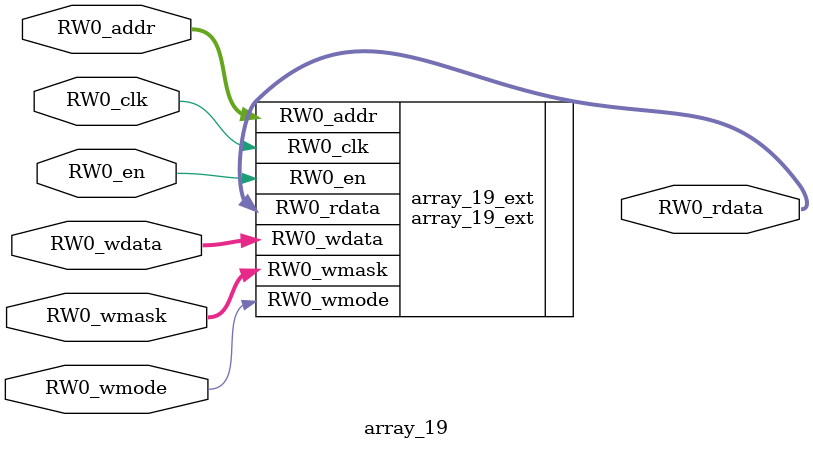
<source format=sv>
`ifndef RANDOMIZE
  `ifdef RANDOMIZE_MEM_INIT
    `define RANDOMIZE
  `endif // RANDOMIZE_MEM_INIT
`endif // not def RANDOMIZE
`ifndef RANDOMIZE
  `ifdef RANDOMIZE_REG_INIT
    `define RANDOMIZE
  `endif // RANDOMIZE_REG_INIT
`endif // not def RANDOMIZE

`ifndef RANDOM
  `define RANDOM $random
`endif // not def RANDOM

// Users can define INIT_RANDOM as general code that gets injected into the
// initializer block for modules with registers.
`ifndef INIT_RANDOM
  `define INIT_RANDOM
`endif // not def INIT_RANDOM

// If using random initialization, you can also define RANDOMIZE_DELAY to
// customize the delay used, otherwise 0.002 is used.
`ifndef RANDOMIZE_DELAY
  `define RANDOMIZE_DELAY 0.002
`endif // not def RANDOMIZE_DELAY

// Define INIT_RANDOM_PROLOG_ for use in our modules below.
`ifndef INIT_RANDOM_PROLOG_
  `ifdef RANDOMIZE
    `ifdef VERILATOR
      `define INIT_RANDOM_PROLOG_ `INIT_RANDOM
    `else  // VERILATOR
      `define INIT_RANDOM_PROLOG_ `INIT_RANDOM #`RANDOMIZE_DELAY begin end
    `endif // VERILATOR
  `else  // RANDOMIZE
    `define INIT_RANDOM_PROLOG_
  `endif // RANDOMIZE
`endif // not def INIT_RANDOM_PROLOG_

// Include register initializers in init blocks unless synthesis is set
`ifndef SYNTHESIS
  `ifndef ENABLE_INITIAL_REG_
    `define ENABLE_INITIAL_REG_
  `endif // not def ENABLE_INITIAL_REG_
`endif // not def SYNTHESIS

// Include rmemory initializers in init blocks unless synthesis is set
`ifndef SYNTHESIS
  `ifndef ENABLE_INITIAL_MEM_
    `define ENABLE_INITIAL_MEM_
  `endif // not def ENABLE_INITIAL_MEM_
`endif // not def SYNTHESIS

module array_19(
  input  [9:0]  RW0_addr,
  input         RW0_en,
  input         RW0_clk,
  input         RW0_wmode,
  input  [59:0] RW0_wdata,
  output [59:0] RW0_rdata,
  input  [9:0]  RW0_wmask
);

  array_19_ext array_19_ext (
    .RW0_addr  (RW0_addr),
    .RW0_en    (RW0_en),
    .RW0_clk   (RW0_clk),
    .RW0_wmode (RW0_wmode),
    .RW0_wdata (RW0_wdata),
    .RW0_rdata (RW0_rdata),
    .RW0_wmask (RW0_wmask)
  );
endmodule


</source>
